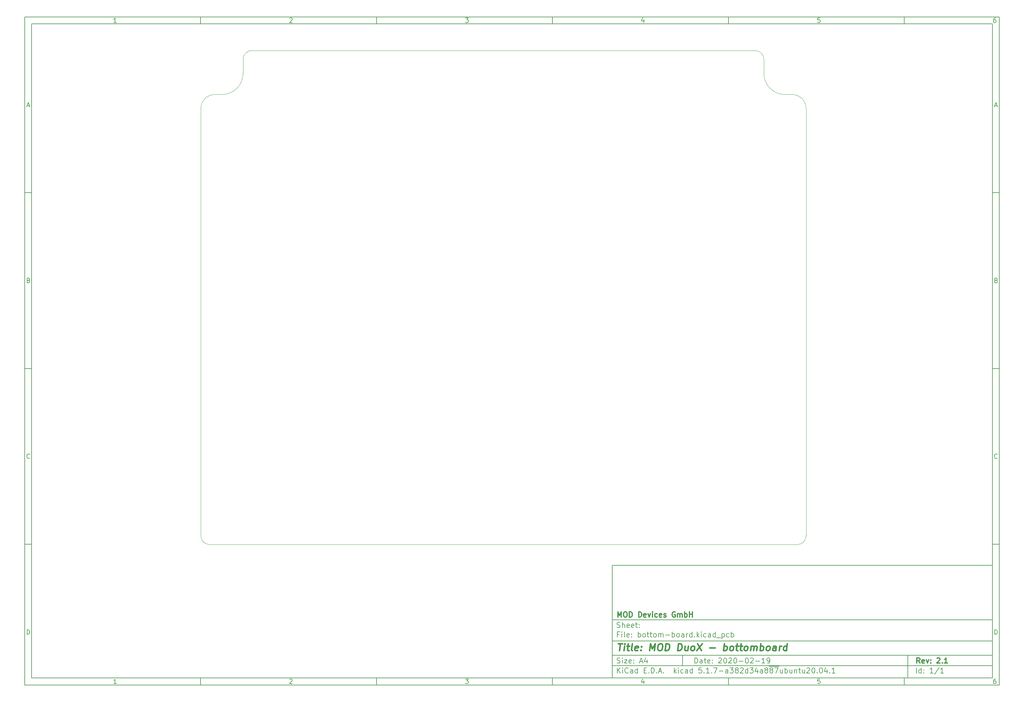
<source format=gbr>
G04 #@! TF.GenerationSoftware,KiCad,Pcbnew,5.1.7-a382d34a8~87~ubuntu20.04.1*
G04 #@! TF.CreationDate,2020-11-19T15:04:14+01:00*
G04 #@! TF.ProjectId,bottom-board,626f7474-6f6d-42d6-926f-6172642e6b69,2.1*
G04 #@! TF.SameCoordinates,PX48111b4PY15fd6c8*
G04 #@! TF.FileFunction,Profile,NP*
%FSLAX46Y46*%
G04 Gerber Fmt 4.6, Leading zero omitted, Abs format (unit mm)*
G04 Created by KiCad (PCBNEW 5.1.7-a382d34a8~87~ubuntu20.04.1) date 2020-11-19 15:04:14*
%MOMM*%
%LPD*%
G01*
G04 APERTURE LIST*
%ADD10C,0.100000*%
%ADD11C,0.150000*%
%ADD12C,0.300000*%
%ADD13C,0.400000*%
G04 #@! TA.AperFunction,Profile*
%ADD14C,0.100000*%
G04 #@! TD*
G04 APERTURE END LIST*
D10*
D11*
X101434660Y-142949080D02*
X101434660Y-174949080D01*
X209434660Y-174949080D01*
X209434660Y-142949080D01*
X101434660Y-142949080D01*
D10*
D11*
X-65567540Y13058120D02*
X-65567540Y-176949080D01*
X211434660Y-176949080D01*
X211434660Y13058120D01*
X-65567540Y13058120D01*
D10*
D11*
X-63567540Y11058120D02*
X-63567540Y-174949080D01*
X209434660Y-174949080D01*
X209434660Y11058120D01*
X-63567540Y11058120D01*
D10*
D11*
X-15567540Y11058120D02*
X-15567540Y13058120D01*
D10*
D11*
X34432460Y11058120D02*
X34432460Y13058120D01*
D10*
D11*
X84432460Y11058120D02*
X84432460Y13058120D01*
D10*
D11*
X134432460Y11058120D02*
X134432460Y13058120D01*
D10*
D11*
X184432460Y11058120D02*
X184432460Y13058120D01*
D10*
D11*
X-39502064Y11470025D02*
X-40244921Y11470025D01*
X-39873493Y11470025D02*
X-39873493Y12770025D01*
X-39997302Y12584311D01*
X-40121112Y12460501D01*
X-40244921Y12398597D01*
D10*
D11*
X9755079Y12646216D02*
X9816983Y12708120D01*
X9940793Y12770025D01*
X10250317Y12770025D01*
X10374126Y12708120D01*
X10436031Y12646216D01*
X10497936Y12522406D01*
X10497936Y12398597D01*
X10436031Y12212882D01*
X9693174Y11470025D01*
X10497936Y11470025D01*
D10*
D11*
X59693174Y12770025D02*
X60497936Y12770025D01*
X60064602Y12274787D01*
X60250317Y12274787D01*
X60374126Y12212882D01*
X60436031Y12150978D01*
X60497936Y12027168D01*
X60497936Y11717644D01*
X60436031Y11593835D01*
X60374126Y11531930D01*
X60250317Y11470025D01*
X59878888Y11470025D01*
X59755079Y11531930D01*
X59693174Y11593835D01*
D10*
D11*
X110374126Y12336692D02*
X110374126Y11470025D01*
X110064602Y12831930D02*
X109755079Y11903359D01*
X110559840Y11903359D01*
D10*
D11*
X160436031Y12770025D02*
X159816983Y12770025D01*
X159755079Y12150978D01*
X159816983Y12212882D01*
X159940793Y12274787D01*
X160250317Y12274787D01*
X160374126Y12212882D01*
X160436031Y12150978D01*
X160497936Y12027168D01*
X160497936Y11717644D01*
X160436031Y11593835D01*
X160374126Y11531930D01*
X160250317Y11470025D01*
X159940793Y11470025D01*
X159816983Y11531930D01*
X159755079Y11593835D01*
D10*
D11*
X210374126Y12770025D02*
X210126507Y12770025D01*
X210002698Y12708120D01*
X209940793Y12646216D01*
X209816983Y12460501D01*
X209755079Y12212882D01*
X209755079Y11717644D01*
X209816983Y11593835D01*
X209878888Y11531930D01*
X210002698Y11470025D01*
X210250317Y11470025D01*
X210374126Y11531930D01*
X210436031Y11593835D01*
X210497936Y11717644D01*
X210497936Y12027168D01*
X210436031Y12150978D01*
X210374126Y12212882D01*
X210250317Y12274787D01*
X210002698Y12274787D01*
X209878888Y12212882D01*
X209816983Y12150978D01*
X209755079Y12027168D01*
D10*
D11*
X-15567540Y-174949080D02*
X-15567540Y-176949080D01*
D10*
D11*
X34432460Y-174949080D02*
X34432460Y-176949080D01*
D10*
D11*
X84432460Y-174949080D02*
X84432460Y-176949080D01*
D10*
D11*
X134432460Y-174949080D02*
X134432460Y-176949080D01*
D10*
D11*
X184432460Y-174949080D02*
X184432460Y-176949080D01*
D10*
D11*
X-39502064Y-176537175D02*
X-40244921Y-176537175D01*
X-39873493Y-176537175D02*
X-39873493Y-175237175D01*
X-39997302Y-175422889D01*
X-40121112Y-175546699D01*
X-40244921Y-175608603D01*
D10*
D11*
X9755079Y-175360984D02*
X9816983Y-175299080D01*
X9940793Y-175237175D01*
X10250317Y-175237175D01*
X10374126Y-175299080D01*
X10436031Y-175360984D01*
X10497936Y-175484794D01*
X10497936Y-175608603D01*
X10436031Y-175794318D01*
X9693174Y-176537175D01*
X10497936Y-176537175D01*
D10*
D11*
X59693174Y-175237175D02*
X60497936Y-175237175D01*
X60064602Y-175732413D01*
X60250317Y-175732413D01*
X60374126Y-175794318D01*
X60436031Y-175856222D01*
X60497936Y-175980032D01*
X60497936Y-176289556D01*
X60436031Y-176413365D01*
X60374126Y-176475270D01*
X60250317Y-176537175D01*
X59878888Y-176537175D01*
X59755079Y-176475270D01*
X59693174Y-176413365D01*
D10*
D11*
X110374126Y-175670508D02*
X110374126Y-176537175D01*
X110064602Y-175175270D02*
X109755079Y-176103841D01*
X110559840Y-176103841D01*
D10*
D11*
X160436031Y-175237175D02*
X159816983Y-175237175D01*
X159755079Y-175856222D01*
X159816983Y-175794318D01*
X159940793Y-175732413D01*
X160250317Y-175732413D01*
X160374126Y-175794318D01*
X160436031Y-175856222D01*
X160497936Y-175980032D01*
X160497936Y-176289556D01*
X160436031Y-176413365D01*
X160374126Y-176475270D01*
X160250317Y-176537175D01*
X159940793Y-176537175D01*
X159816983Y-176475270D01*
X159755079Y-176413365D01*
D10*
D11*
X210374126Y-175237175D02*
X210126507Y-175237175D01*
X210002698Y-175299080D01*
X209940793Y-175360984D01*
X209816983Y-175546699D01*
X209755079Y-175794318D01*
X209755079Y-176289556D01*
X209816983Y-176413365D01*
X209878888Y-176475270D01*
X210002698Y-176537175D01*
X210250317Y-176537175D01*
X210374126Y-176475270D01*
X210436031Y-176413365D01*
X210497936Y-176289556D01*
X210497936Y-175980032D01*
X210436031Y-175856222D01*
X210374126Y-175794318D01*
X210250317Y-175732413D01*
X210002698Y-175732413D01*
X209878888Y-175794318D01*
X209816983Y-175856222D01*
X209755079Y-175980032D01*
D10*
D11*
X-65567540Y-36941880D02*
X-63567540Y-36941880D01*
D10*
D11*
X-65567540Y-86941880D02*
X-63567540Y-86941880D01*
D10*
D11*
X-65567540Y-136941880D02*
X-63567540Y-136941880D01*
D10*
D11*
X-64877064Y-12158546D02*
X-64258017Y-12158546D01*
X-65000874Y-12529975D02*
X-64567540Y-11229975D01*
X-64134207Y-12529975D01*
D10*
D11*
X-64474683Y-61849022D02*
X-64288969Y-61910927D01*
X-64227064Y-61972832D01*
X-64165160Y-62096641D01*
X-64165160Y-62282356D01*
X-64227064Y-62406165D01*
X-64288969Y-62468070D01*
X-64412779Y-62529975D01*
X-64908017Y-62529975D01*
X-64908017Y-61229975D01*
X-64474683Y-61229975D01*
X-64350874Y-61291880D01*
X-64288969Y-61353784D01*
X-64227064Y-61477594D01*
X-64227064Y-61601403D01*
X-64288969Y-61725213D01*
X-64350874Y-61787118D01*
X-64474683Y-61849022D01*
X-64908017Y-61849022D01*
D10*
D11*
X-64165160Y-112406165D02*
X-64227064Y-112468070D01*
X-64412779Y-112529975D01*
X-64536588Y-112529975D01*
X-64722302Y-112468070D01*
X-64846112Y-112344260D01*
X-64908017Y-112220451D01*
X-64969921Y-111972832D01*
X-64969921Y-111787118D01*
X-64908017Y-111539499D01*
X-64846112Y-111415689D01*
X-64722302Y-111291880D01*
X-64536588Y-111229975D01*
X-64412779Y-111229975D01*
X-64227064Y-111291880D01*
X-64165160Y-111353784D01*
D10*
D11*
X-64908017Y-162529975D02*
X-64908017Y-161229975D01*
X-64598493Y-161229975D01*
X-64412779Y-161291880D01*
X-64288969Y-161415689D01*
X-64227064Y-161539499D01*
X-64165160Y-161787118D01*
X-64165160Y-161972832D01*
X-64227064Y-162220451D01*
X-64288969Y-162344260D01*
X-64412779Y-162468070D01*
X-64598493Y-162529975D01*
X-64908017Y-162529975D01*
D10*
D11*
X211434660Y-36941880D02*
X209434660Y-36941880D01*
D10*
D11*
X211434660Y-86941880D02*
X209434660Y-86941880D01*
D10*
D11*
X211434660Y-136941880D02*
X209434660Y-136941880D01*
D10*
D11*
X210125136Y-12158546D02*
X210744183Y-12158546D01*
X210001326Y-12529975D02*
X210434660Y-11229975D01*
X210867993Y-12529975D01*
D10*
D11*
X210527517Y-61849022D02*
X210713231Y-61910927D01*
X210775136Y-61972832D01*
X210837040Y-62096641D01*
X210837040Y-62282356D01*
X210775136Y-62406165D01*
X210713231Y-62468070D01*
X210589421Y-62529975D01*
X210094183Y-62529975D01*
X210094183Y-61229975D01*
X210527517Y-61229975D01*
X210651326Y-61291880D01*
X210713231Y-61353784D01*
X210775136Y-61477594D01*
X210775136Y-61601403D01*
X210713231Y-61725213D01*
X210651326Y-61787118D01*
X210527517Y-61849022D01*
X210094183Y-61849022D01*
D10*
D11*
X210837040Y-112406165D02*
X210775136Y-112468070D01*
X210589421Y-112529975D01*
X210465612Y-112529975D01*
X210279898Y-112468070D01*
X210156088Y-112344260D01*
X210094183Y-112220451D01*
X210032279Y-111972832D01*
X210032279Y-111787118D01*
X210094183Y-111539499D01*
X210156088Y-111415689D01*
X210279898Y-111291880D01*
X210465612Y-111229975D01*
X210589421Y-111229975D01*
X210775136Y-111291880D01*
X210837040Y-111353784D01*
D10*
D11*
X210094183Y-162529975D02*
X210094183Y-161229975D01*
X210403707Y-161229975D01*
X210589421Y-161291880D01*
X210713231Y-161415689D01*
X210775136Y-161539499D01*
X210837040Y-161787118D01*
X210837040Y-161972832D01*
X210775136Y-162220451D01*
X210713231Y-162344260D01*
X210589421Y-162468070D01*
X210403707Y-162529975D01*
X210094183Y-162529975D01*
D10*
D11*
X124866802Y-170727651D02*
X124866802Y-169227651D01*
X125223945Y-169227651D01*
X125438231Y-169299080D01*
X125581088Y-169441937D01*
X125652517Y-169584794D01*
X125723945Y-169870508D01*
X125723945Y-170084794D01*
X125652517Y-170370508D01*
X125581088Y-170513365D01*
X125438231Y-170656222D01*
X125223945Y-170727651D01*
X124866802Y-170727651D01*
X127009660Y-170727651D02*
X127009660Y-169941937D01*
X126938231Y-169799080D01*
X126795374Y-169727651D01*
X126509660Y-169727651D01*
X126366802Y-169799080D01*
X127009660Y-170656222D02*
X126866802Y-170727651D01*
X126509660Y-170727651D01*
X126366802Y-170656222D01*
X126295374Y-170513365D01*
X126295374Y-170370508D01*
X126366802Y-170227651D01*
X126509660Y-170156222D01*
X126866802Y-170156222D01*
X127009660Y-170084794D01*
X127509660Y-169727651D02*
X128081088Y-169727651D01*
X127723945Y-169227651D02*
X127723945Y-170513365D01*
X127795374Y-170656222D01*
X127938231Y-170727651D01*
X128081088Y-170727651D01*
X129152517Y-170656222D02*
X129009660Y-170727651D01*
X128723945Y-170727651D01*
X128581088Y-170656222D01*
X128509660Y-170513365D01*
X128509660Y-169941937D01*
X128581088Y-169799080D01*
X128723945Y-169727651D01*
X129009660Y-169727651D01*
X129152517Y-169799080D01*
X129223945Y-169941937D01*
X129223945Y-170084794D01*
X128509660Y-170227651D01*
X129866802Y-170584794D02*
X129938231Y-170656222D01*
X129866802Y-170727651D01*
X129795374Y-170656222D01*
X129866802Y-170584794D01*
X129866802Y-170727651D01*
X129866802Y-169799080D02*
X129938231Y-169870508D01*
X129866802Y-169941937D01*
X129795374Y-169870508D01*
X129866802Y-169799080D01*
X129866802Y-169941937D01*
X131652517Y-169370508D02*
X131723945Y-169299080D01*
X131866802Y-169227651D01*
X132223945Y-169227651D01*
X132366802Y-169299080D01*
X132438231Y-169370508D01*
X132509660Y-169513365D01*
X132509660Y-169656222D01*
X132438231Y-169870508D01*
X131581088Y-170727651D01*
X132509660Y-170727651D01*
X133438231Y-169227651D02*
X133581088Y-169227651D01*
X133723945Y-169299080D01*
X133795374Y-169370508D01*
X133866802Y-169513365D01*
X133938231Y-169799080D01*
X133938231Y-170156222D01*
X133866802Y-170441937D01*
X133795374Y-170584794D01*
X133723945Y-170656222D01*
X133581088Y-170727651D01*
X133438231Y-170727651D01*
X133295374Y-170656222D01*
X133223945Y-170584794D01*
X133152517Y-170441937D01*
X133081088Y-170156222D01*
X133081088Y-169799080D01*
X133152517Y-169513365D01*
X133223945Y-169370508D01*
X133295374Y-169299080D01*
X133438231Y-169227651D01*
X134509660Y-169370508D02*
X134581088Y-169299080D01*
X134723945Y-169227651D01*
X135081088Y-169227651D01*
X135223945Y-169299080D01*
X135295374Y-169370508D01*
X135366802Y-169513365D01*
X135366802Y-169656222D01*
X135295374Y-169870508D01*
X134438231Y-170727651D01*
X135366802Y-170727651D01*
X136295374Y-169227651D02*
X136438231Y-169227651D01*
X136581088Y-169299080D01*
X136652517Y-169370508D01*
X136723945Y-169513365D01*
X136795374Y-169799080D01*
X136795374Y-170156222D01*
X136723945Y-170441937D01*
X136652517Y-170584794D01*
X136581088Y-170656222D01*
X136438231Y-170727651D01*
X136295374Y-170727651D01*
X136152517Y-170656222D01*
X136081088Y-170584794D01*
X136009660Y-170441937D01*
X135938231Y-170156222D01*
X135938231Y-169799080D01*
X136009660Y-169513365D01*
X136081088Y-169370508D01*
X136152517Y-169299080D01*
X136295374Y-169227651D01*
X137438231Y-170156222D02*
X138581088Y-170156222D01*
X139581088Y-169227651D02*
X139723945Y-169227651D01*
X139866802Y-169299080D01*
X139938231Y-169370508D01*
X140009660Y-169513365D01*
X140081088Y-169799080D01*
X140081088Y-170156222D01*
X140009660Y-170441937D01*
X139938231Y-170584794D01*
X139866802Y-170656222D01*
X139723945Y-170727651D01*
X139581088Y-170727651D01*
X139438231Y-170656222D01*
X139366802Y-170584794D01*
X139295374Y-170441937D01*
X139223945Y-170156222D01*
X139223945Y-169799080D01*
X139295374Y-169513365D01*
X139366802Y-169370508D01*
X139438231Y-169299080D01*
X139581088Y-169227651D01*
X140652517Y-169370508D02*
X140723945Y-169299080D01*
X140866802Y-169227651D01*
X141223945Y-169227651D01*
X141366802Y-169299080D01*
X141438231Y-169370508D01*
X141509660Y-169513365D01*
X141509660Y-169656222D01*
X141438231Y-169870508D01*
X140581088Y-170727651D01*
X141509660Y-170727651D01*
X142152517Y-170156222D02*
X143295374Y-170156222D01*
X144795374Y-170727651D02*
X143938231Y-170727651D01*
X144366802Y-170727651D02*
X144366802Y-169227651D01*
X144223945Y-169441937D01*
X144081088Y-169584794D01*
X143938231Y-169656222D01*
X145509660Y-170727651D02*
X145795374Y-170727651D01*
X145938231Y-170656222D01*
X146009660Y-170584794D01*
X146152517Y-170370508D01*
X146223945Y-170084794D01*
X146223945Y-169513365D01*
X146152517Y-169370508D01*
X146081088Y-169299080D01*
X145938231Y-169227651D01*
X145652517Y-169227651D01*
X145509660Y-169299080D01*
X145438231Y-169370508D01*
X145366802Y-169513365D01*
X145366802Y-169870508D01*
X145438231Y-170013365D01*
X145509660Y-170084794D01*
X145652517Y-170156222D01*
X145938231Y-170156222D01*
X146081088Y-170084794D01*
X146152517Y-170013365D01*
X146223945Y-169870508D01*
D10*
D11*
X101434660Y-171449080D02*
X209434660Y-171449080D01*
D10*
D11*
X102866802Y-173527651D02*
X102866802Y-172027651D01*
X103723945Y-173527651D02*
X103081088Y-172670508D01*
X103723945Y-172027651D02*
X102866802Y-172884794D01*
X104366802Y-173527651D02*
X104366802Y-172527651D01*
X104366802Y-172027651D02*
X104295374Y-172099080D01*
X104366802Y-172170508D01*
X104438231Y-172099080D01*
X104366802Y-172027651D01*
X104366802Y-172170508D01*
X105938231Y-173384794D02*
X105866802Y-173456222D01*
X105652517Y-173527651D01*
X105509660Y-173527651D01*
X105295374Y-173456222D01*
X105152517Y-173313365D01*
X105081088Y-173170508D01*
X105009660Y-172884794D01*
X105009660Y-172670508D01*
X105081088Y-172384794D01*
X105152517Y-172241937D01*
X105295374Y-172099080D01*
X105509660Y-172027651D01*
X105652517Y-172027651D01*
X105866802Y-172099080D01*
X105938231Y-172170508D01*
X107223945Y-173527651D02*
X107223945Y-172741937D01*
X107152517Y-172599080D01*
X107009660Y-172527651D01*
X106723945Y-172527651D01*
X106581088Y-172599080D01*
X107223945Y-173456222D02*
X107081088Y-173527651D01*
X106723945Y-173527651D01*
X106581088Y-173456222D01*
X106509660Y-173313365D01*
X106509660Y-173170508D01*
X106581088Y-173027651D01*
X106723945Y-172956222D01*
X107081088Y-172956222D01*
X107223945Y-172884794D01*
X108581088Y-173527651D02*
X108581088Y-172027651D01*
X108581088Y-173456222D02*
X108438231Y-173527651D01*
X108152517Y-173527651D01*
X108009660Y-173456222D01*
X107938231Y-173384794D01*
X107866802Y-173241937D01*
X107866802Y-172813365D01*
X107938231Y-172670508D01*
X108009660Y-172599080D01*
X108152517Y-172527651D01*
X108438231Y-172527651D01*
X108581088Y-172599080D01*
X110438231Y-172741937D02*
X110938231Y-172741937D01*
X111152517Y-173527651D02*
X110438231Y-173527651D01*
X110438231Y-172027651D01*
X111152517Y-172027651D01*
X111795374Y-173384794D02*
X111866802Y-173456222D01*
X111795374Y-173527651D01*
X111723945Y-173456222D01*
X111795374Y-173384794D01*
X111795374Y-173527651D01*
X112509660Y-173527651D02*
X112509660Y-172027651D01*
X112866802Y-172027651D01*
X113081088Y-172099080D01*
X113223945Y-172241937D01*
X113295374Y-172384794D01*
X113366802Y-172670508D01*
X113366802Y-172884794D01*
X113295374Y-173170508D01*
X113223945Y-173313365D01*
X113081088Y-173456222D01*
X112866802Y-173527651D01*
X112509660Y-173527651D01*
X114009660Y-173384794D02*
X114081088Y-173456222D01*
X114009660Y-173527651D01*
X113938231Y-173456222D01*
X114009660Y-173384794D01*
X114009660Y-173527651D01*
X114652517Y-173099080D02*
X115366802Y-173099080D01*
X114509660Y-173527651D02*
X115009660Y-172027651D01*
X115509660Y-173527651D01*
X116009660Y-173384794D02*
X116081088Y-173456222D01*
X116009660Y-173527651D01*
X115938231Y-173456222D01*
X116009660Y-173384794D01*
X116009660Y-173527651D01*
X119009660Y-173527651D02*
X119009660Y-172027651D01*
X119152517Y-172956222D02*
X119581088Y-173527651D01*
X119581088Y-172527651D02*
X119009660Y-173099080D01*
X120223945Y-173527651D02*
X120223945Y-172527651D01*
X120223945Y-172027651D02*
X120152517Y-172099080D01*
X120223945Y-172170508D01*
X120295374Y-172099080D01*
X120223945Y-172027651D01*
X120223945Y-172170508D01*
X121581088Y-173456222D02*
X121438231Y-173527651D01*
X121152517Y-173527651D01*
X121009660Y-173456222D01*
X120938231Y-173384794D01*
X120866802Y-173241937D01*
X120866802Y-172813365D01*
X120938231Y-172670508D01*
X121009660Y-172599080D01*
X121152517Y-172527651D01*
X121438231Y-172527651D01*
X121581088Y-172599080D01*
X122866802Y-173527651D02*
X122866802Y-172741937D01*
X122795374Y-172599080D01*
X122652517Y-172527651D01*
X122366802Y-172527651D01*
X122223945Y-172599080D01*
X122866802Y-173456222D02*
X122723945Y-173527651D01*
X122366802Y-173527651D01*
X122223945Y-173456222D01*
X122152517Y-173313365D01*
X122152517Y-173170508D01*
X122223945Y-173027651D01*
X122366802Y-172956222D01*
X122723945Y-172956222D01*
X122866802Y-172884794D01*
X124223945Y-173527651D02*
X124223945Y-172027651D01*
X124223945Y-173456222D02*
X124081088Y-173527651D01*
X123795374Y-173527651D01*
X123652517Y-173456222D01*
X123581088Y-173384794D01*
X123509660Y-173241937D01*
X123509660Y-172813365D01*
X123581088Y-172670508D01*
X123652517Y-172599080D01*
X123795374Y-172527651D01*
X124081088Y-172527651D01*
X124223945Y-172599080D01*
X126795374Y-172027651D02*
X126081088Y-172027651D01*
X126009660Y-172741937D01*
X126081088Y-172670508D01*
X126223945Y-172599080D01*
X126581088Y-172599080D01*
X126723945Y-172670508D01*
X126795374Y-172741937D01*
X126866802Y-172884794D01*
X126866802Y-173241937D01*
X126795374Y-173384794D01*
X126723945Y-173456222D01*
X126581088Y-173527651D01*
X126223945Y-173527651D01*
X126081088Y-173456222D01*
X126009660Y-173384794D01*
X127509660Y-173384794D02*
X127581088Y-173456222D01*
X127509660Y-173527651D01*
X127438231Y-173456222D01*
X127509660Y-173384794D01*
X127509660Y-173527651D01*
X129009660Y-173527651D02*
X128152517Y-173527651D01*
X128581088Y-173527651D02*
X128581088Y-172027651D01*
X128438231Y-172241937D01*
X128295374Y-172384794D01*
X128152517Y-172456222D01*
X129652517Y-173384794D02*
X129723945Y-173456222D01*
X129652517Y-173527651D01*
X129581088Y-173456222D01*
X129652517Y-173384794D01*
X129652517Y-173527651D01*
X130223945Y-172027651D02*
X131223945Y-172027651D01*
X130581088Y-173527651D01*
X131795374Y-172956222D02*
X132938231Y-172956222D01*
X134295374Y-173527651D02*
X134295374Y-172741937D01*
X134223945Y-172599080D01*
X134081088Y-172527651D01*
X133795374Y-172527651D01*
X133652517Y-172599080D01*
X134295374Y-173456222D02*
X134152517Y-173527651D01*
X133795374Y-173527651D01*
X133652517Y-173456222D01*
X133581088Y-173313365D01*
X133581088Y-173170508D01*
X133652517Y-173027651D01*
X133795374Y-172956222D01*
X134152517Y-172956222D01*
X134295374Y-172884794D01*
X134866802Y-172027651D02*
X135795374Y-172027651D01*
X135295374Y-172599080D01*
X135509660Y-172599080D01*
X135652517Y-172670508D01*
X135723945Y-172741937D01*
X135795374Y-172884794D01*
X135795374Y-173241937D01*
X135723945Y-173384794D01*
X135652517Y-173456222D01*
X135509660Y-173527651D01*
X135081088Y-173527651D01*
X134938231Y-173456222D01*
X134866802Y-173384794D01*
X136652517Y-172670508D02*
X136509660Y-172599080D01*
X136438231Y-172527651D01*
X136366802Y-172384794D01*
X136366802Y-172313365D01*
X136438231Y-172170508D01*
X136509660Y-172099080D01*
X136652517Y-172027651D01*
X136938231Y-172027651D01*
X137081088Y-172099080D01*
X137152517Y-172170508D01*
X137223945Y-172313365D01*
X137223945Y-172384794D01*
X137152517Y-172527651D01*
X137081088Y-172599080D01*
X136938231Y-172670508D01*
X136652517Y-172670508D01*
X136509660Y-172741937D01*
X136438231Y-172813365D01*
X136366802Y-172956222D01*
X136366802Y-173241937D01*
X136438231Y-173384794D01*
X136509660Y-173456222D01*
X136652517Y-173527651D01*
X136938231Y-173527651D01*
X137081088Y-173456222D01*
X137152517Y-173384794D01*
X137223945Y-173241937D01*
X137223945Y-172956222D01*
X137152517Y-172813365D01*
X137081088Y-172741937D01*
X136938231Y-172670508D01*
X137795374Y-172170508D02*
X137866802Y-172099080D01*
X138009660Y-172027651D01*
X138366802Y-172027651D01*
X138509660Y-172099080D01*
X138581088Y-172170508D01*
X138652517Y-172313365D01*
X138652517Y-172456222D01*
X138581088Y-172670508D01*
X137723945Y-173527651D01*
X138652517Y-173527651D01*
X139938231Y-173527651D02*
X139938231Y-172027651D01*
X139938231Y-173456222D02*
X139795374Y-173527651D01*
X139509660Y-173527651D01*
X139366802Y-173456222D01*
X139295374Y-173384794D01*
X139223945Y-173241937D01*
X139223945Y-172813365D01*
X139295374Y-172670508D01*
X139366802Y-172599080D01*
X139509660Y-172527651D01*
X139795374Y-172527651D01*
X139938231Y-172599080D01*
X140509660Y-172027651D02*
X141438231Y-172027651D01*
X140938231Y-172599080D01*
X141152517Y-172599080D01*
X141295374Y-172670508D01*
X141366802Y-172741937D01*
X141438231Y-172884794D01*
X141438231Y-173241937D01*
X141366802Y-173384794D01*
X141295374Y-173456222D01*
X141152517Y-173527651D01*
X140723945Y-173527651D01*
X140581088Y-173456222D01*
X140509660Y-173384794D01*
X142723945Y-172527651D02*
X142723945Y-173527651D01*
X142366802Y-171956222D02*
X142009660Y-173027651D01*
X142938231Y-173027651D01*
X144152517Y-173527651D02*
X144152517Y-172741937D01*
X144081088Y-172599080D01*
X143938231Y-172527651D01*
X143652517Y-172527651D01*
X143509660Y-172599080D01*
X144152517Y-173456222D02*
X144009660Y-173527651D01*
X143652517Y-173527651D01*
X143509660Y-173456222D01*
X143438231Y-173313365D01*
X143438231Y-173170508D01*
X143509660Y-173027651D01*
X143652517Y-172956222D01*
X144009660Y-172956222D01*
X144152517Y-172884794D01*
X145081088Y-172670508D02*
X144938231Y-172599080D01*
X144866802Y-172527651D01*
X144795374Y-172384794D01*
X144795374Y-172313365D01*
X144866802Y-172170508D01*
X144938231Y-172099080D01*
X145081088Y-172027651D01*
X145366802Y-172027651D01*
X145509660Y-172099080D01*
X145581088Y-172170508D01*
X145652517Y-172313365D01*
X145652517Y-172384794D01*
X145581088Y-172527651D01*
X145509660Y-172599080D01*
X145366802Y-172670508D01*
X145081088Y-172670508D01*
X144938231Y-172741937D01*
X144866802Y-172813365D01*
X144795374Y-172956222D01*
X144795374Y-173241937D01*
X144866802Y-173384794D01*
X144938231Y-173456222D01*
X145081088Y-173527651D01*
X145366802Y-173527651D01*
X145509660Y-173456222D01*
X145581088Y-173384794D01*
X145652517Y-173241937D01*
X145652517Y-172956222D01*
X145581088Y-172813365D01*
X145509660Y-172741937D01*
X145366802Y-172670508D01*
X145938231Y-171619080D02*
X147366802Y-171619080D01*
X146509660Y-172670508D02*
X146366802Y-172599080D01*
X146295374Y-172527651D01*
X146223945Y-172384794D01*
X146223945Y-172313365D01*
X146295374Y-172170508D01*
X146366802Y-172099080D01*
X146509660Y-172027651D01*
X146795374Y-172027651D01*
X146938231Y-172099080D01*
X147009660Y-172170508D01*
X147081088Y-172313365D01*
X147081088Y-172384794D01*
X147009660Y-172527651D01*
X146938231Y-172599080D01*
X146795374Y-172670508D01*
X146509660Y-172670508D01*
X146366802Y-172741937D01*
X146295374Y-172813365D01*
X146223945Y-172956222D01*
X146223945Y-173241937D01*
X146295374Y-173384794D01*
X146366802Y-173456222D01*
X146509660Y-173527651D01*
X146795374Y-173527651D01*
X146938231Y-173456222D01*
X147009660Y-173384794D01*
X147081088Y-173241937D01*
X147081088Y-172956222D01*
X147009660Y-172813365D01*
X146938231Y-172741937D01*
X146795374Y-172670508D01*
X147366802Y-171619080D02*
X148795374Y-171619080D01*
X147581088Y-172027651D02*
X148581088Y-172027651D01*
X147938231Y-173527651D01*
X149795374Y-172527651D02*
X149795374Y-173527651D01*
X149152517Y-172527651D02*
X149152517Y-173313365D01*
X149223945Y-173456222D01*
X149366802Y-173527651D01*
X149581088Y-173527651D01*
X149723945Y-173456222D01*
X149795374Y-173384794D01*
X150509659Y-173527651D02*
X150509659Y-172027651D01*
X150509659Y-172599080D02*
X150652517Y-172527651D01*
X150938231Y-172527651D01*
X151081088Y-172599080D01*
X151152517Y-172670508D01*
X151223945Y-172813365D01*
X151223945Y-173241937D01*
X151152517Y-173384794D01*
X151081088Y-173456222D01*
X150938231Y-173527651D01*
X150652517Y-173527651D01*
X150509659Y-173456222D01*
X152509659Y-172527651D02*
X152509659Y-173527651D01*
X151866802Y-172527651D02*
X151866802Y-173313365D01*
X151938231Y-173456222D01*
X152081088Y-173527651D01*
X152295374Y-173527651D01*
X152438231Y-173456222D01*
X152509659Y-173384794D01*
X153223945Y-172527651D02*
X153223945Y-173527651D01*
X153223945Y-172670508D02*
X153295374Y-172599080D01*
X153438231Y-172527651D01*
X153652517Y-172527651D01*
X153795374Y-172599080D01*
X153866802Y-172741937D01*
X153866802Y-173527651D01*
X154366802Y-172527651D02*
X154938231Y-172527651D01*
X154581088Y-172027651D02*
X154581088Y-173313365D01*
X154652517Y-173456222D01*
X154795374Y-173527651D01*
X154938231Y-173527651D01*
X156081088Y-172527651D02*
X156081088Y-173527651D01*
X155438231Y-172527651D02*
X155438231Y-173313365D01*
X155509659Y-173456222D01*
X155652517Y-173527651D01*
X155866802Y-173527651D01*
X156009659Y-173456222D01*
X156081088Y-173384794D01*
X156723945Y-172170508D02*
X156795374Y-172099080D01*
X156938231Y-172027651D01*
X157295374Y-172027651D01*
X157438231Y-172099080D01*
X157509660Y-172170508D01*
X157581088Y-172313365D01*
X157581088Y-172456222D01*
X157509660Y-172670508D01*
X156652517Y-173527651D01*
X157581088Y-173527651D01*
X158509659Y-172027651D02*
X158652517Y-172027651D01*
X158795374Y-172099080D01*
X158866802Y-172170508D01*
X158938231Y-172313365D01*
X159009659Y-172599080D01*
X159009659Y-172956222D01*
X158938231Y-173241937D01*
X158866802Y-173384794D01*
X158795374Y-173456222D01*
X158652517Y-173527651D01*
X158509659Y-173527651D01*
X158366802Y-173456222D01*
X158295374Y-173384794D01*
X158223945Y-173241937D01*
X158152517Y-172956222D01*
X158152517Y-172599080D01*
X158223945Y-172313365D01*
X158295374Y-172170508D01*
X158366802Y-172099080D01*
X158509659Y-172027651D01*
X159652517Y-173384794D02*
X159723945Y-173456222D01*
X159652517Y-173527651D01*
X159581088Y-173456222D01*
X159652517Y-173384794D01*
X159652517Y-173527651D01*
X160652517Y-172027651D02*
X160795374Y-172027651D01*
X160938231Y-172099080D01*
X161009659Y-172170508D01*
X161081088Y-172313365D01*
X161152517Y-172599080D01*
X161152517Y-172956222D01*
X161081088Y-173241937D01*
X161009659Y-173384794D01*
X160938231Y-173456222D01*
X160795374Y-173527651D01*
X160652517Y-173527651D01*
X160509659Y-173456222D01*
X160438231Y-173384794D01*
X160366802Y-173241937D01*
X160295374Y-172956222D01*
X160295374Y-172599080D01*
X160366802Y-172313365D01*
X160438231Y-172170508D01*
X160509659Y-172099080D01*
X160652517Y-172027651D01*
X162438231Y-172527651D02*
X162438231Y-173527651D01*
X162081088Y-171956222D02*
X161723945Y-173027651D01*
X162652517Y-173027651D01*
X163223945Y-173384794D02*
X163295374Y-173456222D01*
X163223945Y-173527651D01*
X163152517Y-173456222D01*
X163223945Y-173384794D01*
X163223945Y-173527651D01*
X164723945Y-173527651D02*
X163866802Y-173527651D01*
X164295374Y-173527651D02*
X164295374Y-172027651D01*
X164152517Y-172241937D01*
X164009659Y-172384794D01*
X163866802Y-172456222D01*
D10*
D11*
X101434660Y-168449080D02*
X209434660Y-168449080D01*
D10*
D12*
X188843945Y-170727651D02*
X188343945Y-170013365D01*
X187986802Y-170727651D02*
X187986802Y-169227651D01*
X188558231Y-169227651D01*
X188701088Y-169299080D01*
X188772517Y-169370508D01*
X188843945Y-169513365D01*
X188843945Y-169727651D01*
X188772517Y-169870508D01*
X188701088Y-169941937D01*
X188558231Y-170013365D01*
X187986802Y-170013365D01*
X190058231Y-170656222D02*
X189915374Y-170727651D01*
X189629660Y-170727651D01*
X189486802Y-170656222D01*
X189415374Y-170513365D01*
X189415374Y-169941937D01*
X189486802Y-169799080D01*
X189629660Y-169727651D01*
X189915374Y-169727651D01*
X190058231Y-169799080D01*
X190129660Y-169941937D01*
X190129660Y-170084794D01*
X189415374Y-170227651D01*
X190629660Y-169727651D02*
X190986802Y-170727651D01*
X191343945Y-169727651D01*
X191915374Y-170584794D02*
X191986802Y-170656222D01*
X191915374Y-170727651D01*
X191843945Y-170656222D01*
X191915374Y-170584794D01*
X191915374Y-170727651D01*
X191915374Y-169799080D02*
X191986802Y-169870508D01*
X191915374Y-169941937D01*
X191843945Y-169870508D01*
X191915374Y-169799080D01*
X191915374Y-169941937D01*
X193701088Y-169370508D02*
X193772517Y-169299080D01*
X193915374Y-169227651D01*
X194272517Y-169227651D01*
X194415374Y-169299080D01*
X194486802Y-169370508D01*
X194558231Y-169513365D01*
X194558231Y-169656222D01*
X194486802Y-169870508D01*
X193629660Y-170727651D01*
X194558231Y-170727651D01*
X195201088Y-170584794D02*
X195272517Y-170656222D01*
X195201088Y-170727651D01*
X195129660Y-170656222D01*
X195201088Y-170584794D01*
X195201088Y-170727651D01*
X196701088Y-170727651D02*
X195843945Y-170727651D01*
X196272517Y-170727651D02*
X196272517Y-169227651D01*
X196129660Y-169441937D01*
X195986802Y-169584794D01*
X195843945Y-169656222D01*
D10*
D11*
X102795374Y-170656222D02*
X103009660Y-170727651D01*
X103366802Y-170727651D01*
X103509660Y-170656222D01*
X103581088Y-170584794D01*
X103652517Y-170441937D01*
X103652517Y-170299080D01*
X103581088Y-170156222D01*
X103509660Y-170084794D01*
X103366802Y-170013365D01*
X103081088Y-169941937D01*
X102938231Y-169870508D01*
X102866802Y-169799080D01*
X102795374Y-169656222D01*
X102795374Y-169513365D01*
X102866802Y-169370508D01*
X102938231Y-169299080D01*
X103081088Y-169227651D01*
X103438231Y-169227651D01*
X103652517Y-169299080D01*
X104295374Y-170727651D02*
X104295374Y-169727651D01*
X104295374Y-169227651D02*
X104223945Y-169299080D01*
X104295374Y-169370508D01*
X104366802Y-169299080D01*
X104295374Y-169227651D01*
X104295374Y-169370508D01*
X104866802Y-169727651D02*
X105652517Y-169727651D01*
X104866802Y-170727651D01*
X105652517Y-170727651D01*
X106795374Y-170656222D02*
X106652517Y-170727651D01*
X106366802Y-170727651D01*
X106223945Y-170656222D01*
X106152517Y-170513365D01*
X106152517Y-169941937D01*
X106223945Y-169799080D01*
X106366802Y-169727651D01*
X106652517Y-169727651D01*
X106795374Y-169799080D01*
X106866802Y-169941937D01*
X106866802Y-170084794D01*
X106152517Y-170227651D01*
X107509660Y-170584794D02*
X107581088Y-170656222D01*
X107509660Y-170727651D01*
X107438231Y-170656222D01*
X107509660Y-170584794D01*
X107509660Y-170727651D01*
X107509660Y-169799080D02*
X107581088Y-169870508D01*
X107509660Y-169941937D01*
X107438231Y-169870508D01*
X107509660Y-169799080D01*
X107509660Y-169941937D01*
X109295374Y-170299080D02*
X110009660Y-170299080D01*
X109152517Y-170727651D02*
X109652517Y-169227651D01*
X110152517Y-170727651D01*
X111295374Y-169727651D02*
X111295374Y-170727651D01*
X110938231Y-169156222D02*
X110581088Y-170227651D01*
X111509660Y-170227651D01*
D10*
D11*
X187866802Y-173527651D02*
X187866802Y-172027651D01*
X189223945Y-173527651D02*
X189223945Y-172027651D01*
X189223945Y-173456222D02*
X189081088Y-173527651D01*
X188795374Y-173527651D01*
X188652517Y-173456222D01*
X188581088Y-173384794D01*
X188509660Y-173241937D01*
X188509660Y-172813365D01*
X188581088Y-172670508D01*
X188652517Y-172599080D01*
X188795374Y-172527651D01*
X189081088Y-172527651D01*
X189223945Y-172599080D01*
X189938231Y-173384794D02*
X190009660Y-173456222D01*
X189938231Y-173527651D01*
X189866802Y-173456222D01*
X189938231Y-173384794D01*
X189938231Y-173527651D01*
X189938231Y-172599080D02*
X190009660Y-172670508D01*
X189938231Y-172741937D01*
X189866802Y-172670508D01*
X189938231Y-172599080D01*
X189938231Y-172741937D01*
X192581088Y-173527651D02*
X191723945Y-173527651D01*
X192152517Y-173527651D02*
X192152517Y-172027651D01*
X192009660Y-172241937D01*
X191866802Y-172384794D01*
X191723945Y-172456222D01*
X194295374Y-171956222D02*
X193009660Y-173884794D01*
X195581088Y-173527651D02*
X194723945Y-173527651D01*
X195152517Y-173527651D02*
X195152517Y-172027651D01*
X195009660Y-172241937D01*
X194866802Y-172384794D01*
X194723945Y-172456222D01*
D10*
D11*
X101434660Y-164449080D02*
X209434660Y-164449080D01*
D10*
D13*
X103147040Y-165153841D02*
X104289898Y-165153841D01*
X103468469Y-167153841D02*
X103718469Y-165153841D01*
X104706564Y-167153841D02*
X104873231Y-165820508D01*
X104956564Y-165153841D02*
X104849421Y-165249080D01*
X104932755Y-165344318D01*
X105039898Y-165249080D01*
X104956564Y-165153841D01*
X104932755Y-165344318D01*
X105539898Y-165820508D02*
X106301802Y-165820508D01*
X105908945Y-165153841D02*
X105694660Y-166868127D01*
X105766088Y-167058603D01*
X105944660Y-167153841D01*
X106135136Y-167153841D01*
X107087517Y-167153841D02*
X106908945Y-167058603D01*
X106837517Y-166868127D01*
X107051802Y-165153841D01*
X108623231Y-167058603D02*
X108420850Y-167153841D01*
X108039898Y-167153841D01*
X107861326Y-167058603D01*
X107789898Y-166868127D01*
X107885136Y-166106222D01*
X108004183Y-165915746D01*
X108206564Y-165820508D01*
X108587517Y-165820508D01*
X108766088Y-165915746D01*
X108837517Y-166106222D01*
X108813707Y-166296699D01*
X107837517Y-166487175D01*
X109587517Y-166963365D02*
X109670850Y-167058603D01*
X109563707Y-167153841D01*
X109480374Y-167058603D01*
X109587517Y-166963365D01*
X109563707Y-167153841D01*
X109718469Y-165915746D02*
X109801802Y-166010984D01*
X109694660Y-166106222D01*
X109611326Y-166010984D01*
X109718469Y-165915746D01*
X109694660Y-166106222D01*
X112039898Y-167153841D02*
X112289898Y-165153841D01*
X112777993Y-166582413D01*
X113623231Y-165153841D01*
X113373231Y-167153841D01*
X114956564Y-165153841D02*
X115337517Y-165153841D01*
X115516088Y-165249080D01*
X115682755Y-165439556D01*
X115730374Y-165820508D01*
X115647040Y-166487175D01*
X115504183Y-166868127D01*
X115289898Y-167058603D01*
X115087517Y-167153841D01*
X114706564Y-167153841D01*
X114527993Y-167058603D01*
X114361326Y-166868127D01*
X114313707Y-166487175D01*
X114397040Y-165820508D01*
X114539898Y-165439556D01*
X114754183Y-165249080D01*
X114956564Y-165153841D01*
X116420850Y-167153841D02*
X116670850Y-165153841D01*
X117147040Y-165153841D01*
X117420850Y-165249080D01*
X117587517Y-165439556D01*
X117658945Y-165630032D01*
X117706564Y-166010984D01*
X117670850Y-166296699D01*
X117527993Y-166677651D01*
X117408945Y-166868127D01*
X117194660Y-167058603D01*
X116897040Y-167153841D01*
X116420850Y-167153841D01*
X119944660Y-167153841D02*
X120194660Y-165153841D01*
X120670850Y-165153841D01*
X120944660Y-165249080D01*
X121111326Y-165439556D01*
X121182755Y-165630032D01*
X121230374Y-166010984D01*
X121194660Y-166296699D01*
X121051802Y-166677651D01*
X120932755Y-166868127D01*
X120718469Y-167058603D01*
X120420850Y-167153841D01*
X119944660Y-167153841D01*
X122968469Y-165820508D02*
X122801802Y-167153841D01*
X122111326Y-165820508D02*
X121980374Y-166868127D01*
X122051802Y-167058603D01*
X122230374Y-167153841D01*
X122516088Y-167153841D01*
X122718469Y-167058603D01*
X122825612Y-166963365D01*
X124039898Y-167153841D02*
X123861326Y-167058603D01*
X123777993Y-166963365D01*
X123706564Y-166772889D01*
X123777993Y-166201460D01*
X123897040Y-166010984D01*
X124004183Y-165915746D01*
X124206564Y-165820508D01*
X124492279Y-165820508D01*
X124670850Y-165915746D01*
X124754183Y-166010984D01*
X124825612Y-166201460D01*
X124754183Y-166772889D01*
X124635136Y-166963365D01*
X124527993Y-167058603D01*
X124325612Y-167153841D01*
X124039898Y-167153841D01*
X125623231Y-165153841D02*
X126706564Y-167153841D01*
X126956564Y-165153841D02*
X125373231Y-167153841D01*
X129087517Y-166391937D02*
X130611326Y-166391937D01*
X132992279Y-167153841D02*
X133242279Y-165153841D01*
X133147040Y-165915746D02*
X133349421Y-165820508D01*
X133730374Y-165820508D01*
X133908945Y-165915746D01*
X133992279Y-166010984D01*
X134063707Y-166201460D01*
X133992279Y-166772889D01*
X133873231Y-166963365D01*
X133766088Y-167058603D01*
X133563707Y-167153841D01*
X133182755Y-167153841D01*
X133004183Y-167058603D01*
X135087517Y-167153841D02*
X134908945Y-167058603D01*
X134825612Y-166963365D01*
X134754183Y-166772889D01*
X134825612Y-166201460D01*
X134944660Y-166010984D01*
X135051802Y-165915746D01*
X135254183Y-165820508D01*
X135539898Y-165820508D01*
X135718469Y-165915746D01*
X135801802Y-166010984D01*
X135873231Y-166201460D01*
X135801802Y-166772889D01*
X135682755Y-166963365D01*
X135575612Y-167058603D01*
X135373231Y-167153841D01*
X135087517Y-167153841D01*
X136492279Y-165820508D02*
X137254183Y-165820508D01*
X136861326Y-165153841D02*
X136647040Y-166868127D01*
X136718469Y-167058603D01*
X136897040Y-167153841D01*
X137087517Y-167153841D01*
X137635136Y-165820508D02*
X138397040Y-165820508D01*
X138004183Y-165153841D02*
X137789898Y-166868127D01*
X137861326Y-167058603D01*
X138039898Y-167153841D01*
X138230374Y-167153841D01*
X139182755Y-167153841D02*
X139004183Y-167058603D01*
X138920850Y-166963365D01*
X138849421Y-166772889D01*
X138920850Y-166201460D01*
X139039898Y-166010984D01*
X139147040Y-165915746D01*
X139349421Y-165820508D01*
X139635136Y-165820508D01*
X139813707Y-165915746D01*
X139897040Y-166010984D01*
X139968469Y-166201460D01*
X139897040Y-166772889D01*
X139777993Y-166963365D01*
X139670850Y-167058603D01*
X139468469Y-167153841D01*
X139182755Y-167153841D01*
X140706564Y-167153841D02*
X140873231Y-165820508D01*
X140849421Y-166010984D02*
X140956564Y-165915746D01*
X141158945Y-165820508D01*
X141444660Y-165820508D01*
X141623231Y-165915746D01*
X141694660Y-166106222D01*
X141563707Y-167153841D01*
X141694660Y-166106222D02*
X141813707Y-165915746D01*
X142016088Y-165820508D01*
X142301802Y-165820508D01*
X142480374Y-165915746D01*
X142551802Y-166106222D01*
X142420850Y-167153841D01*
X143373231Y-167153841D02*
X143623231Y-165153841D01*
X143527993Y-165915746D02*
X143730374Y-165820508D01*
X144111326Y-165820508D01*
X144289898Y-165915746D01*
X144373231Y-166010984D01*
X144444660Y-166201460D01*
X144373231Y-166772889D01*
X144254183Y-166963365D01*
X144147040Y-167058603D01*
X143944660Y-167153841D01*
X143563707Y-167153841D01*
X143385136Y-167058603D01*
X145468469Y-167153841D02*
X145289898Y-167058603D01*
X145206564Y-166963365D01*
X145135136Y-166772889D01*
X145206564Y-166201460D01*
X145325612Y-166010984D01*
X145432755Y-165915746D01*
X145635136Y-165820508D01*
X145920850Y-165820508D01*
X146099421Y-165915746D01*
X146182755Y-166010984D01*
X146254183Y-166201460D01*
X146182755Y-166772889D01*
X146063707Y-166963365D01*
X145956564Y-167058603D01*
X145754183Y-167153841D01*
X145468469Y-167153841D01*
X147849421Y-167153841D02*
X147980374Y-166106222D01*
X147908945Y-165915746D01*
X147730374Y-165820508D01*
X147349421Y-165820508D01*
X147147040Y-165915746D01*
X147861326Y-167058603D02*
X147658945Y-167153841D01*
X147182755Y-167153841D01*
X147004183Y-167058603D01*
X146932755Y-166868127D01*
X146956564Y-166677651D01*
X147075612Y-166487175D01*
X147277993Y-166391937D01*
X147754183Y-166391937D01*
X147956564Y-166296699D01*
X148801802Y-167153841D02*
X148968469Y-165820508D01*
X148920850Y-166201460D02*
X149039898Y-166010984D01*
X149147040Y-165915746D01*
X149349421Y-165820508D01*
X149539898Y-165820508D01*
X150897040Y-167153841D02*
X151147040Y-165153841D01*
X150908945Y-167058603D02*
X150706564Y-167153841D01*
X150325612Y-167153841D01*
X150147040Y-167058603D01*
X150063707Y-166963365D01*
X149992279Y-166772889D01*
X150063707Y-166201460D01*
X150182755Y-166010984D01*
X150289898Y-165915746D01*
X150492279Y-165820508D01*
X150873231Y-165820508D01*
X151051802Y-165915746D01*
D10*
D11*
X103366802Y-162541937D02*
X102866802Y-162541937D01*
X102866802Y-163327651D02*
X102866802Y-161827651D01*
X103581088Y-161827651D01*
X104152517Y-163327651D02*
X104152517Y-162327651D01*
X104152517Y-161827651D02*
X104081088Y-161899080D01*
X104152517Y-161970508D01*
X104223945Y-161899080D01*
X104152517Y-161827651D01*
X104152517Y-161970508D01*
X105081088Y-163327651D02*
X104938231Y-163256222D01*
X104866802Y-163113365D01*
X104866802Y-161827651D01*
X106223945Y-163256222D02*
X106081088Y-163327651D01*
X105795374Y-163327651D01*
X105652517Y-163256222D01*
X105581088Y-163113365D01*
X105581088Y-162541937D01*
X105652517Y-162399080D01*
X105795374Y-162327651D01*
X106081088Y-162327651D01*
X106223945Y-162399080D01*
X106295374Y-162541937D01*
X106295374Y-162684794D01*
X105581088Y-162827651D01*
X106938231Y-163184794D02*
X107009660Y-163256222D01*
X106938231Y-163327651D01*
X106866802Y-163256222D01*
X106938231Y-163184794D01*
X106938231Y-163327651D01*
X106938231Y-162399080D02*
X107009660Y-162470508D01*
X106938231Y-162541937D01*
X106866802Y-162470508D01*
X106938231Y-162399080D01*
X106938231Y-162541937D01*
X108795374Y-163327651D02*
X108795374Y-161827651D01*
X108795374Y-162399080D02*
X108938231Y-162327651D01*
X109223945Y-162327651D01*
X109366802Y-162399080D01*
X109438231Y-162470508D01*
X109509660Y-162613365D01*
X109509660Y-163041937D01*
X109438231Y-163184794D01*
X109366802Y-163256222D01*
X109223945Y-163327651D01*
X108938231Y-163327651D01*
X108795374Y-163256222D01*
X110366802Y-163327651D02*
X110223945Y-163256222D01*
X110152517Y-163184794D01*
X110081088Y-163041937D01*
X110081088Y-162613365D01*
X110152517Y-162470508D01*
X110223945Y-162399080D01*
X110366802Y-162327651D01*
X110581088Y-162327651D01*
X110723945Y-162399080D01*
X110795374Y-162470508D01*
X110866802Y-162613365D01*
X110866802Y-163041937D01*
X110795374Y-163184794D01*
X110723945Y-163256222D01*
X110581088Y-163327651D01*
X110366802Y-163327651D01*
X111295374Y-162327651D02*
X111866802Y-162327651D01*
X111509660Y-161827651D02*
X111509660Y-163113365D01*
X111581088Y-163256222D01*
X111723945Y-163327651D01*
X111866802Y-163327651D01*
X112152517Y-162327651D02*
X112723945Y-162327651D01*
X112366802Y-161827651D02*
X112366802Y-163113365D01*
X112438231Y-163256222D01*
X112581088Y-163327651D01*
X112723945Y-163327651D01*
X113438231Y-163327651D02*
X113295374Y-163256222D01*
X113223945Y-163184794D01*
X113152517Y-163041937D01*
X113152517Y-162613365D01*
X113223945Y-162470508D01*
X113295374Y-162399080D01*
X113438231Y-162327651D01*
X113652517Y-162327651D01*
X113795374Y-162399080D01*
X113866802Y-162470508D01*
X113938231Y-162613365D01*
X113938231Y-163041937D01*
X113866802Y-163184794D01*
X113795374Y-163256222D01*
X113652517Y-163327651D01*
X113438231Y-163327651D01*
X114581088Y-163327651D02*
X114581088Y-162327651D01*
X114581088Y-162470508D02*
X114652517Y-162399080D01*
X114795374Y-162327651D01*
X115009660Y-162327651D01*
X115152517Y-162399080D01*
X115223945Y-162541937D01*
X115223945Y-163327651D01*
X115223945Y-162541937D02*
X115295374Y-162399080D01*
X115438231Y-162327651D01*
X115652517Y-162327651D01*
X115795374Y-162399080D01*
X115866802Y-162541937D01*
X115866802Y-163327651D01*
X116581088Y-162756222D02*
X117723945Y-162756222D01*
X118438231Y-163327651D02*
X118438231Y-161827651D01*
X118438231Y-162399080D02*
X118581088Y-162327651D01*
X118866802Y-162327651D01*
X119009660Y-162399080D01*
X119081088Y-162470508D01*
X119152517Y-162613365D01*
X119152517Y-163041937D01*
X119081088Y-163184794D01*
X119009660Y-163256222D01*
X118866802Y-163327651D01*
X118581088Y-163327651D01*
X118438231Y-163256222D01*
X120009660Y-163327651D02*
X119866802Y-163256222D01*
X119795374Y-163184794D01*
X119723945Y-163041937D01*
X119723945Y-162613365D01*
X119795374Y-162470508D01*
X119866802Y-162399080D01*
X120009660Y-162327651D01*
X120223945Y-162327651D01*
X120366802Y-162399080D01*
X120438231Y-162470508D01*
X120509660Y-162613365D01*
X120509660Y-163041937D01*
X120438231Y-163184794D01*
X120366802Y-163256222D01*
X120223945Y-163327651D01*
X120009660Y-163327651D01*
X121795374Y-163327651D02*
X121795374Y-162541937D01*
X121723945Y-162399080D01*
X121581088Y-162327651D01*
X121295374Y-162327651D01*
X121152517Y-162399080D01*
X121795374Y-163256222D02*
X121652517Y-163327651D01*
X121295374Y-163327651D01*
X121152517Y-163256222D01*
X121081088Y-163113365D01*
X121081088Y-162970508D01*
X121152517Y-162827651D01*
X121295374Y-162756222D01*
X121652517Y-162756222D01*
X121795374Y-162684794D01*
X122509660Y-163327651D02*
X122509660Y-162327651D01*
X122509660Y-162613365D02*
X122581088Y-162470508D01*
X122652517Y-162399080D01*
X122795374Y-162327651D01*
X122938231Y-162327651D01*
X124081088Y-163327651D02*
X124081088Y-161827651D01*
X124081088Y-163256222D02*
X123938231Y-163327651D01*
X123652517Y-163327651D01*
X123509660Y-163256222D01*
X123438231Y-163184794D01*
X123366802Y-163041937D01*
X123366802Y-162613365D01*
X123438231Y-162470508D01*
X123509660Y-162399080D01*
X123652517Y-162327651D01*
X123938231Y-162327651D01*
X124081088Y-162399080D01*
X124795374Y-163184794D02*
X124866802Y-163256222D01*
X124795374Y-163327651D01*
X124723945Y-163256222D01*
X124795374Y-163184794D01*
X124795374Y-163327651D01*
X125509660Y-163327651D02*
X125509660Y-161827651D01*
X125652517Y-162756222D02*
X126081088Y-163327651D01*
X126081088Y-162327651D02*
X125509660Y-162899080D01*
X126723945Y-163327651D02*
X126723945Y-162327651D01*
X126723945Y-161827651D02*
X126652517Y-161899080D01*
X126723945Y-161970508D01*
X126795374Y-161899080D01*
X126723945Y-161827651D01*
X126723945Y-161970508D01*
X128081088Y-163256222D02*
X127938231Y-163327651D01*
X127652517Y-163327651D01*
X127509660Y-163256222D01*
X127438231Y-163184794D01*
X127366802Y-163041937D01*
X127366802Y-162613365D01*
X127438231Y-162470508D01*
X127509660Y-162399080D01*
X127652517Y-162327651D01*
X127938231Y-162327651D01*
X128081088Y-162399080D01*
X129366802Y-163327651D02*
X129366802Y-162541937D01*
X129295374Y-162399080D01*
X129152517Y-162327651D01*
X128866802Y-162327651D01*
X128723945Y-162399080D01*
X129366802Y-163256222D02*
X129223945Y-163327651D01*
X128866802Y-163327651D01*
X128723945Y-163256222D01*
X128652517Y-163113365D01*
X128652517Y-162970508D01*
X128723945Y-162827651D01*
X128866802Y-162756222D01*
X129223945Y-162756222D01*
X129366802Y-162684794D01*
X130723945Y-163327651D02*
X130723945Y-161827651D01*
X130723945Y-163256222D02*
X130581088Y-163327651D01*
X130295374Y-163327651D01*
X130152517Y-163256222D01*
X130081088Y-163184794D01*
X130009660Y-163041937D01*
X130009660Y-162613365D01*
X130081088Y-162470508D01*
X130152517Y-162399080D01*
X130295374Y-162327651D01*
X130581088Y-162327651D01*
X130723945Y-162399080D01*
X131081088Y-163470508D02*
X132223945Y-163470508D01*
X132581088Y-162327651D02*
X132581088Y-163827651D01*
X132581088Y-162399080D02*
X132723945Y-162327651D01*
X133009660Y-162327651D01*
X133152517Y-162399080D01*
X133223945Y-162470508D01*
X133295374Y-162613365D01*
X133295374Y-163041937D01*
X133223945Y-163184794D01*
X133152517Y-163256222D01*
X133009660Y-163327651D01*
X132723945Y-163327651D01*
X132581088Y-163256222D01*
X134581088Y-163256222D02*
X134438231Y-163327651D01*
X134152517Y-163327651D01*
X134009660Y-163256222D01*
X133938231Y-163184794D01*
X133866802Y-163041937D01*
X133866802Y-162613365D01*
X133938231Y-162470508D01*
X134009660Y-162399080D01*
X134152517Y-162327651D01*
X134438231Y-162327651D01*
X134581088Y-162399080D01*
X135223945Y-163327651D02*
X135223945Y-161827651D01*
X135223945Y-162399080D02*
X135366802Y-162327651D01*
X135652517Y-162327651D01*
X135795374Y-162399080D01*
X135866802Y-162470508D01*
X135938231Y-162613365D01*
X135938231Y-163041937D01*
X135866802Y-163184794D01*
X135795374Y-163256222D01*
X135652517Y-163327651D01*
X135366802Y-163327651D01*
X135223945Y-163256222D01*
D10*
D11*
X101434660Y-158449080D02*
X209434660Y-158449080D01*
D10*
D11*
X102795374Y-160556222D02*
X103009660Y-160627651D01*
X103366802Y-160627651D01*
X103509660Y-160556222D01*
X103581088Y-160484794D01*
X103652517Y-160341937D01*
X103652517Y-160199080D01*
X103581088Y-160056222D01*
X103509660Y-159984794D01*
X103366802Y-159913365D01*
X103081088Y-159841937D01*
X102938231Y-159770508D01*
X102866802Y-159699080D01*
X102795374Y-159556222D01*
X102795374Y-159413365D01*
X102866802Y-159270508D01*
X102938231Y-159199080D01*
X103081088Y-159127651D01*
X103438231Y-159127651D01*
X103652517Y-159199080D01*
X104295374Y-160627651D02*
X104295374Y-159127651D01*
X104938231Y-160627651D02*
X104938231Y-159841937D01*
X104866802Y-159699080D01*
X104723945Y-159627651D01*
X104509660Y-159627651D01*
X104366802Y-159699080D01*
X104295374Y-159770508D01*
X106223945Y-160556222D02*
X106081088Y-160627651D01*
X105795374Y-160627651D01*
X105652517Y-160556222D01*
X105581088Y-160413365D01*
X105581088Y-159841937D01*
X105652517Y-159699080D01*
X105795374Y-159627651D01*
X106081088Y-159627651D01*
X106223945Y-159699080D01*
X106295374Y-159841937D01*
X106295374Y-159984794D01*
X105581088Y-160127651D01*
X107509660Y-160556222D02*
X107366802Y-160627651D01*
X107081088Y-160627651D01*
X106938231Y-160556222D01*
X106866802Y-160413365D01*
X106866802Y-159841937D01*
X106938231Y-159699080D01*
X107081088Y-159627651D01*
X107366802Y-159627651D01*
X107509660Y-159699080D01*
X107581088Y-159841937D01*
X107581088Y-159984794D01*
X106866802Y-160127651D01*
X108009660Y-159627651D02*
X108581088Y-159627651D01*
X108223945Y-159127651D02*
X108223945Y-160413365D01*
X108295374Y-160556222D01*
X108438231Y-160627651D01*
X108581088Y-160627651D01*
X109081088Y-160484794D02*
X109152517Y-160556222D01*
X109081088Y-160627651D01*
X109009660Y-160556222D01*
X109081088Y-160484794D01*
X109081088Y-160627651D01*
X109081088Y-159699080D02*
X109152517Y-159770508D01*
X109081088Y-159841937D01*
X109009660Y-159770508D01*
X109081088Y-159699080D01*
X109081088Y-159841937D01*
D10*
D12*
X102986802Y-157627651D02*
X102986802Y-156127651D01*
X103486802Y-157199080D01*
X103986802Y-156127651D01*
X103986802Y-157627651D01*
X104986802Y-156127651D02*
X105272517Y-156127651D01*
X105415374Y-156199080D01*
X105558231Y-156341937D01*
X105629660Y-156627651D01*
X105629660Y-157127651D01*
X105558231Y-157413365D01*
X105415374Y-157556222D01*
X105272517Y-157627651D01*
X104986802Y-157627651D01*
X104843945Y-157556222D01*
X104701088Y-157413365D01*
X104629660Y-157127651D01*
X104629660Y-156627651D01*
X104701088Y-156341937D01*
X104843945Y-156199080D01*
X104986802Y-156127651D01*
X106272517Y-157627651D02*
X106272517Y-156127651D01*
X106629660Y-156127651D01*
X106843945Y-156199080D01*
X106986802Y-156341937D01*
X107058231Y-156484794D01*
X107129660Y-156770508D01*
X107129660Y-156984794D01*
X107058231Y-157270508D01*
X106986802Y-157413365D01*
X106843945Y-157556222D01*
X106629660Y-157627651D01*
X106272517Y-157627651D01*
X108915374Y-157627651D02*
X108915374Y-156127651D01*
X109272517Y-156127651D01*
X109486802Y-156199080D01*
X109629660Y-156341937D01*
X109701088Y-156484794D01*
X109772517Y-156770508D01*
X109772517Y-156984794D01*
X109701088Y-157270508D01*
X109629660Y-157413365D01*
X109486802Y-157556222D01*
X109272517Y-157627651D01*
X108915374Y-157627651D01*
X110986802Y-157556222D02*
X110843945Y-157627651D01*
X110558231Y-157627651D01*
X110415374Y-157556222D01*
X110343945Y-157413365D01*
X110343945Y-156841937D01*
X110415374Y-156699080D01*
X110558231Y-156627651D01*
X110843945Y-156627651D01*
X110986802Y-156699080D01*
X111058231Y-156841937D01*
X111058231Y-156984794D01*
X110343945Y-157127651D01*
X111558231Y-156627651D02*
X111915374Y-157627651D01*
X112272517Y-156627651D01*
X112843945Y-157627651D02*
X112843945Y-156627651D01*
X112843945Y-156127651D02*
X112772517Y-156199080D01*
X112843945Y-156270508D01*
X112915374Y-156199080D01*
X112843945Y-156127651D01*
X112843945Y-156270508D01*
X114201088Y-157556222D02*
X114058231Y-157627651D01*
X113772517Y-157627651D01*
X113629660Y-157556222D01*
X113558231Y-157484794D01*
X113486802Y-157341937D01*
X113486802Y-156913365D01*
X113558231Y-156770508D01*
X113629660Y-156699080D01*
X113772517Y-156627651D01*
X114058231Y-156627651D01*
X114201088Y-156699080D01*
X115415374Y-157556222D02*
X115272517Y-157627651D01*
X114986802Y-157627651D01*
X114843945Y-157556222D01*
X114772517Y-157413365D01*
X114772517Y-156841937D01*
X114843945Y-156699080D01*
X114986802Y-156627651D01*
X115272517Y-156627651D01*
X115415374Y-156699080D01*
X115486802Y-156841937D01*
X115486802Y-156984794D01*
X114772517Y-157127651D01*
X116058231Y-157556222D02*
X116201088Y-157627651D01*
X116486802Y-157627651D01*
X116629660Y-157556222D01*
X116701088Y-157413365D01*
X116701088Y-157341937D01*
X116629660Y-157199080D01*
X116486802Y-157127651D01*
X116272517Y-157127651D01*
X116129660Y-157056222D01*
X116058231Y-156913365D01*
X116058231Y-156841937D01*
X116129660Y-156699080D01*
X116272517Y-156627651D01*
X116486802Y-156627651D01*
X116629660Y-156699080D01*
X119272517Y-156199080D02*
X119129660Y-156127651D01*
X118915374Y-156127651D01*
X118701088Y-156199080D01*
X118558231Y-156341937D01*
X118486802Y-156484794D01*
X118415374Y-156770508D01*
X118415374Y-156984794D01*
X118486802Y-157270508D01*
X118558231Y-157413365D01*
X118701088Y-157556222D01*
X118915374Y-157627651D01*
X119058231Y-157627651D01*
X119272517Y-157556222D01*
X119343945Y-157484794D01*
X119343945Y-156984794D01*
X119058231Y-156984794D01*
X119986802Y-157627651D02*
X119986802Y-156627651D01*
X119986802Y-156770508D02*
X120058231Y-156699080D01*
X120201088Y-156627651D01*
X120415374Y-156627651D01*
X120558231Y-156699080D01*
X120629660Y-156841937D01*
X120629660Y-157627651D01*
X120629660Y-156841937D02*
X120701088Y-156699080D01*
X120843945Y-156627651D01*
X121058231Y-156627651D01*
X121201088Y-156699080D01*
X121272517Y-156841937D01*
X121272517Y-157627651D01*
X121986802Y-157627651D02*
X121986802Y-156127651D01*
X121986802Y-156699080D02*
X122129660Y-156627651D01*
X122415374Y-156627651D01*
X122558231Y-156699080D01*
X122629660Y-156770508D01*
X122701088Y-156913365D01*
X122701088Y-157341937D01*
X122629660Y-157484794D01*
X122558231Y-157556222D01*
X122415374Y-157627651D01*
X122129660Y-157627651D01*
X121986802Y-157556222D01*
X123343945Y-157627651D02*
X123343945Y-156127651D01*
X123343945Y-156841937D02*
X124201088Y-156841937D01*
X124201088Y-157627651D02*
X124201088Y-156127651D01*
D10*
D11*
X121434660Y-168449080D02*
X121434660Y-171449080D01*
D10*
D11*
X185434660Y-168449080D02*
X185434660Y-174949080D01*
D14*
X152506806Y-9008246D02*
G75*
G02*
X156506806Y-13008246I0J-4000000D01*
G01*
X150506806Y-9008246D02*
G75*
G02*
X144506806Y-3008246I0J6000000D01*
G01*
X142006806Y3491754D02*
G75*
G02*
X144506806Y991754I0J-2500000D01*
G01*
X-3493194Y991754D02*
G75*
G02*
X-993194Y3491754I2500000J0D01*
G01*
X-3493194Y-3008246D02*
G75*
G02*
X-9493194Y-9008246I-6000000J0D01*
G01*
X-15493194Y-13008246D02*
G75*
G02*
X-11493194Y-9008246I4000000J0D01*
G01*
X-12993194Y-137008246D02*
G75*
G02*
X-15493194Y-134508246I0J2500000D01*
G01*
X156506806Y-134508246D02*
G75*
G02*
X154006806Y-137008246I-2500000J0D01*
G01*
X156506810Y-13008248D02*
X156506810Y-134508248D01*
X150506805Y-9008243D02*
X152506809Y-9008243D01*
X144506808Y991755D02*
X144506808Y-3008246D01*
X-993196Y3491752D02*
X142006803Y3491752D01*
X-3493194Y-3008246D02*
X-3493194Y991755D01*
X-11493195Y-9008243D02*
X-9493191Y-9008243D01*
X-15493196Y-134508248D02*
X-15493196Y-13008248D01*
X154006805Y-137008249D02*
X-12993191Y-137008249D01*
M02*

</source>
